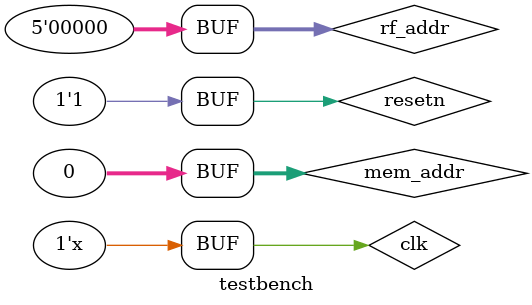
<source format=v>
`timescale 1ns / 1ps


module testbench(

    );
    // Inputs
        reg clk;
        reg resetn;
        reg [4:0] rf_addr;
        reg [31:0] mem_addr;
    
        // Outputs
        wire [31:0] rf_data;
        wire [31:0] mem_data;
        wire [31:0] IF_pc;
        wire [31:0] IF_inst;
        wire [31:0] ID_pc;
        wire [31:0] EXE_pc;
        wire [31:0] MEM_pc;
        wire [31:0] WB_pc;
        wire [31:0] display_state;
    
        // Instantiate the Unit Under Test (UUT)
        multi_cycle_cpu uut (
            .clk(clk), 
            .resetn(resetn), 
            .rf_addr(rf_addr), 
            .mem_addr(mem_addr), 
            .rf_data(rf_data), 
            .mem_data(mem_data), 
            .IF_pc(IF_pc), 
            .IF_inst(IF_inst), 
            .ID_pc(ID_pc), 
            .EXE_pc(EXE_pc), 
            .MEM_pc(MEM_pc), 
            .WB_pc(WB_pc), 
            .display_state(display_state)
        );
    
        initial begin
            // Initialize Inputs
            clk = 0;
            resetn = 0;
            rf_addr = 0;
            mem_addr = 0;
    
            // Wait 100 ns for global reset to finish
            #100;
          resetn = 1;
            // Add stimulus here
        end
       always #5 clk=~clk;
endmodule

</source>
